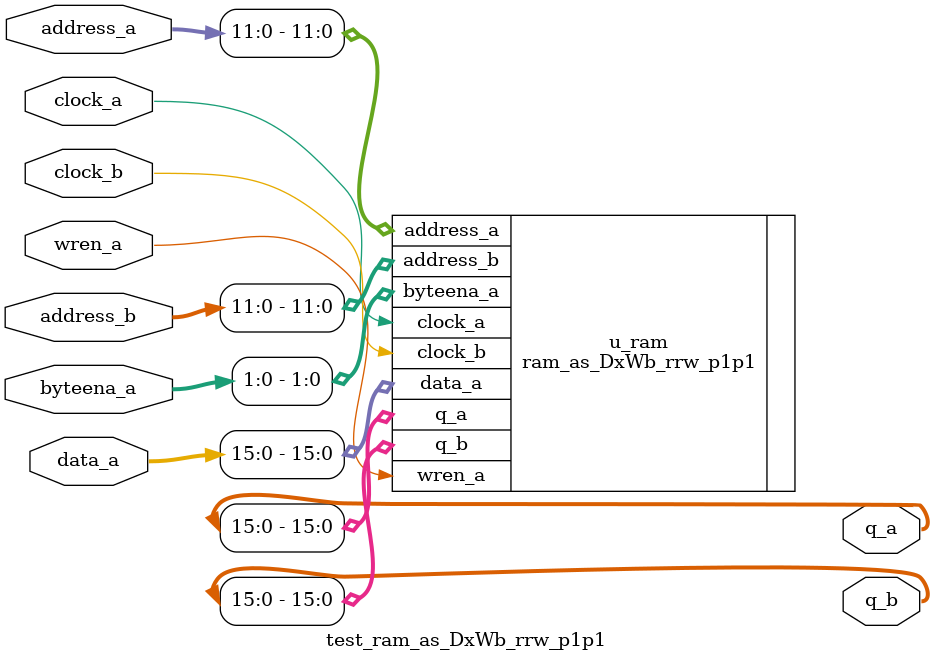
<source format=sv>


module test_ram_as_DxWb_rrw_p1p1 (
	input           clock_a,
	input [31:0]    address_a,
	input           wren_a,
	input [7:0]     byteena_a,
	input [31:0]    data_a,
	output[31:0]    q_a,

	input           clock_b,
	input [31:0]    address_b,
	output[31:0]    q_b
);

    localparam DEPTH = 4096;
    localparam WIDTH = 16;

    localparam DEPTH_BITS = $clog2(DEPTH);
    localparam BE_BITS = WIDTH/8;

    ram_as_DxWb_rrw_p1p1 #(
        .DEPTH(DEPTH),
        .WIDTH(WIDTH)
    )
    u_ram ( 
        .clock_a(clock_a),
        .address_a(address_a[DEPTH_BITS-1:0]),
        .wren_a(wren_a),
        .byteena_a(byteena_a[BE_BITS-1:0]),
        .data_a(data_a[WIDTH-1:0]),
        .q_a(q_a[WIDTH-1:0]),

        .clock_b(clock_b),
        .address_b(address_b[DEPTH_BITS-1:0]),
        .q_b(q_b[WIDTH-1:0]) 
    );

endmodule

</source>
